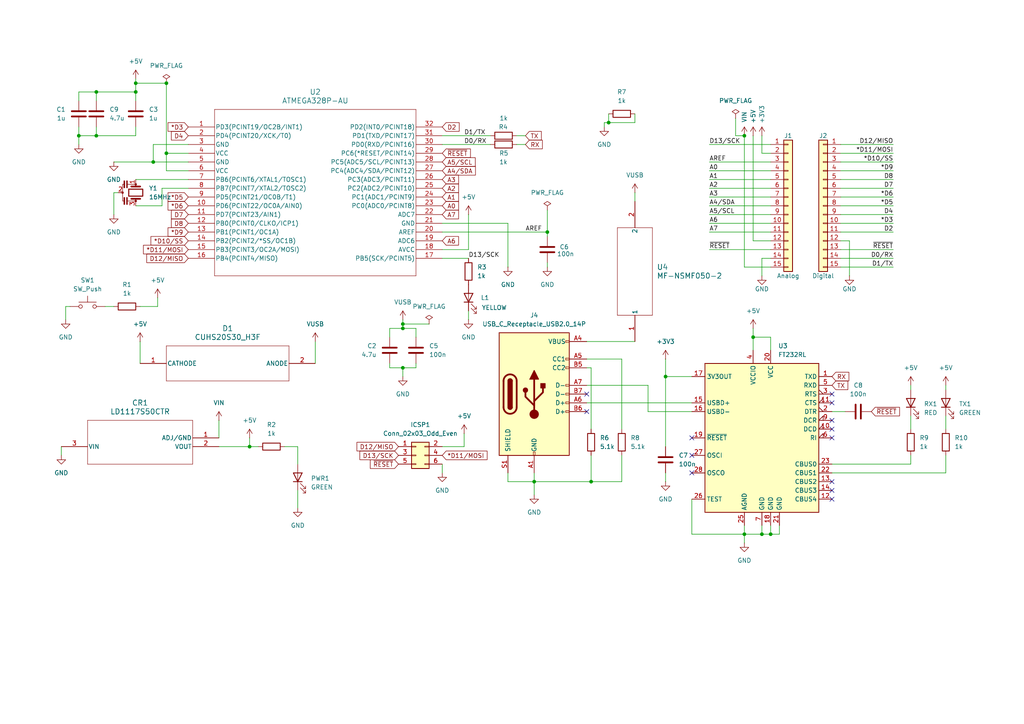
<source format=kicad_sch>
(kicad_sch (version 20231120) (generator "eeschema") (generator_version "8.0")
  (paper "A4")
  (title_block (date "sam. 04 avril 2015"))
  (lib_symbols
    (symbol "ATMEGA328P-AU:ATMEGA328P-AU" (pin_names (offset 0.254))
      (property "Reference" "U" (at 0 29.21 0))
      (property "Value" "ATMEGA328P-AU" (at 0 26.67 0))
      (symbol "ATMEGA328P-AU_0_1"
        (pin bidirectional line (at -36.83 19.05 0) (length 7.62) (name "PD3(PCINT19/OC2B/INT1)") (number "1"))
        (pin bidirectional line (at -36.83 -3.81 0) (length 7.62) (name "PD6(PCINT22/OC0A/AIN0)") (number "10"))
        (pin input line (at -36.83 -6.35 0) (length 7.62) (name "PD7(PCINT23/AIN1)") (number "11"))
        (pin bidirectional line (at -36.83 -8.89 0) (length 7.62) (name "PB0(PCINT0/CLKO/ICP1)") (number "12"))
        (pin bidirectional line (at -36.83 -11.43 0) (length 7.62) (name "PB1(PCINT1/OC1A)") (number "13"))
        (pin bidirectional line (at -36.83 -13.97 0) (length 7.62) (name "PB2(PCINT2/*SS/OC1B)") (number "14"))
        (pin bidirectional line (at -36.83 -16.51 0) (length 7.62) (name "PB3(PCINT3/OC2A/MOSI)") (number "15"))
        (pin bidirectional line (at -36.83 -19.05 0) (length 7.62) (name "PB4(PCINT4/MISO)") (number "16"))
        (pin bidirectional line (at 36.83 -19.05 180) (length 7.62) (name "PB5(SCK/PCINT5)") (number "17"))
        (pin power_in line (at 36.83 -16.51 180) (length 7.62) (name "AVCC") (number "18"))
        (pin unspecified line (at 36.83 -13.97 180) (length 7.62) (name "ADC6") (number "19"))
        (pin bidirectional line (at -36.83 16.51 0) (length 7.62) (name "PD4(PCINT20/XCK/T0)") (number "2"))
        (pin power_in line (at 36.83 -11.43 180) (length 7.62) (name "AREF") (number "20"))
        (pin power_out line (at 36.83 -8.89 180) (length 7.62) (name "GND") (number "21"))
        (pin unspecified line (at 36.83 -6.35 180) (length 7.62) (name "ADC7") (number "22"))
        (pin bidirectional line (at 36.83 -3.81 180) (length 7.62) (name "PC0(ADC0/PCINT8)") (number "23"))
        (pin bidirectional line (at 36.83 -1.27 180) (length 7.62) (name "PC1(ADC1/PCINT9)") (number "24"))
        (pin bidirectional line (at 36.83 1.27 180) (length 7.62) (name "PC2(ADC2/PCINT10)") (number "25"))
        (pin bidirectional line (at 36.83 3.81 180) (length 7.62) (name "PC3(ADC3/PCINT11)") (number "26"))
        (pin bidirectional line (at 36.83 6.35 180) (length 7.62) (name "PC4(ADC4/SDA/PCINT12)") (number "27"))
        (pin bidirectional line (at 36.83 8.89 180) (length 7.62) (name "PC5(ADC5/SCL/PCINT13)") (number "28"))
        (pin bidirectional line (at 36.83 11.43 180) (length 7.62) (name "PC6(*RESET/PCINT14)") (number "29"))
        (pin power_out line (at -36.83 13.97 0) (length 7.62) (name "GND") (number "3"))
        (pin bidirectional line (at 36.83 13.97 180) (length 7.62) (name "PD0(RXD/PCINT16)") (number "30"))
        (pin bidirectional line (at 36.83 16.51 180) (length 7.62) (name "PD1(TXD/PCINT17)") (number "31"))
        (pin bidirectional line (at 36.83 19.05 180) (length 7.62) (name "PD2(INT0/PCINT18)") (number "32"))
        (pin power_in line (at -36.83 11.43 0) (length 7.62) (name "VCC") (number "4"))
        (pin power_out line (at -36.83 8.89 0) (length 7.62) (name "GND") (number "5"))
        (pin power_in line (at -36.83 6.35 0) (length 7.62) (name "VCC") (number "6"))
        (pin bidirectional line (at -36.83 3.81 0) (length 7.62) (name "PB6(PCINT6/XTAL1/TOSC1)") (number "7"))
        (pin bidirectional line (at -36.83 1.27 0) (length 7.62) (name "PB7(PCINT7/XTAL2/TOSC2)") (number "8"))
        (pin bidirectional line (at -36.83 -1.27 0) (length 7.62) (name "PD5(PCINT21/OC0B/T1)") (number "9"))
      )
    )
    (symbol "CUHS20S30,H3F:CUHS20S30_H3F" (pin_names (offset 0.254))
      (property "Reference" "D" (at 25.4 10.16 0))
      (property "Value" "CUHS20S30_H3F" (at 25.4 7.62 0))
      (symbol "CUHS20S30_H3F_0_1"
        (pin unspecified line (at 0 0 0) (length 7.62) (name "CATHODE") (number "1"))
        (pin unspecified line (at 50.8 0 180) (length 7.62) (name "ANODE") (number "2"))
      )
    )
    (symbol "Connector:USB_C_Receptacle_USB2.0_14P" (pin_names (offset 1.016))
      (property "Reference" "J" (at 0 22.225 0))
      (property "Value" "USB_C_Receptacle_USB2.0_14P" (at 0 19.685 0))
      (symbol "USB_C_Receptacle_USB2.0_14P_1_1"
        (pin passive line (at 0 -22.86 90) (length 5.08) (name "GND") (number "A1"))
        (pin passive line (at 0 -22.86 90) (length 5.08) hide (name "GND") (number "A12"))
        (pin passive line (at 15.24 15.24 180) (length 5.08) (name "VBUS") (number "A4"))
        (pin bidirectional line (at 15.24 10.16 180) (length 5.08) (name "CC1") (number "A5"))
        (pin bidirectional line (at 15.24 -2.54 180) (length 5.08) (name "D+") (number "A6"))
        (pin bidirectional line (at 15.24 2.54 180) (length 5.08) (name "D-") (number "A7"))
        (pin passive line (at 15.24 15.24 180) (length 5.08) hide (name "VBUS") (number "A9"))
        (pin passive line (at 0 -22.86 90) (length 5.08) hide (name "GND") (number "B1"))
        (pin passive line (at 0 -22.86 90) (length 5.08) hide (name "GND") (number "B12"))
        (pin passive line (at 15.24 15.24 180) (length 5.08) hide (name "VBUS") (number "B4"))
        (pin bidirectional line (at 15.24 7.62 180) (length 5.08) (name "CC2") (number "B5"))
        (pin bidirectional line (at 15.24 -5.08 180) (length 5.08) (name "D+") (number "B6"))
        (pin bidirectional line (at 15.24 0 180) (length 5.08) (name "D-") (number "B7"))
        (pin passive line (at 15.24 15.24 180) (length 5.08) hide (name "VBUS") (number "B9"))
        (pin passive line (at -7.62 -22.86 90) (length 5.08) (name "SHIELD") (number "S1"))
      )
    )
    (symbol "Connector_Generic:Conn_01x15" (pin_names (offset 1.016) hide)
      (property "Reference" "J" (at 0 20.32 0))
      (property "Value" "Conn_01x15" (at 0 -20.32 0))
      (symbol "Conn_01x15_1_1"
        (pin passive line (at -5.08 17.78 0) (length 3.81) (name "Pin_1") (number "1"))
        (pin passive line (at -5.08 -5.08 0) (length 3.81) (name "Pin_10") (number "10"))
        (pin passive line (at -5.08 -7.62 0) (length 3.81) (name "Pin_11") (number "11"))
        (pin passive line (at -5.08 -10.16 0) (length 3.81) (name "Pin_12") (number "12"))
        (pin passive line (at -5.08 -12.7 0) (length 3.81) (name "Pin_13") (number "13"))
        (pin passive line (at -5.08 -15.24 0) (length 3.81) (name "Pin_14") (number "14"))
        (pin passive line (at -5.08 -17.78 0) (length 3.81) (name "Pin_15") (number "15"))
        (pin passive line (at -5.08 15.24 0) (length 3.81) (name "Pin_2") (number "2"))
        (pin passive line (at -5.08 12.7 0) (length 3.81) (name "Pin_3") (number "3"))
        (pin passive line (at -5.08 10.16 0) (length 3.81) (name "Pin_4") (number "4"))
        (pin passive line (at -5.08 7.62 0) (length 3.81) (name "Pin_5") (number "5"))
        (pin passive line (at -5.08 5.08 0) (length 3.81) (name "Pin_6") (number "6"))
        (pin passive line (at -5.08 2.54 0) (length 3.81) (name "Pin_7") (number "7"))
        (pin passive line (at -5.08 0 0) (length 3.81) (name "Pin_8") (number "8"))
        (pin passive line (at -5.08 -2.54 0) (length 3.81) (name "Pin_9") (number "9"))
      )
    )
    (symbol "Connector_Generic:Conn_02x03_Odd_Even" (pin_names (offset 1.016) hide)
      (property "Reference" "J" (at 1.27 5.08 0))
      (property "Value" "Conn_02x03_Odd_Even" (at 1.27 -5.08 0))
      (symbol "Conn_02x03_Odd_Even_1_1"
        (pin passive line (at -5.08 2.54 0) (length 3.81) (name "Pin_1") (number "1"))
        (pin passive line (at 7.62 2.54 180) (length 3.81) (name "Pin_2") (number "2"))
        (pin passive line (at -5.08 0 0) (length 3.81) (name "Pin_3") (number "3"))
        (pin passive line (at 7.62 0 180) (length 3.81) (name "Pin_4") (number "4"))
        (pin passive line (at -5.08 -2.54 0) (length 3.81) (name "Pin_5") (number "5"))
        (pin passive line (at 7.62 -2.54 180) (length 3.81) (name "Pin_6") (number "6"))
      )
    )
    (symbol "Device:C" (pin_numbers hide) (pin_names (offset 0.254))
      (property "Reference" "C" (at 0.635 2.54 0))
      (property "Value" "C" (at 0.635 -2.54 0))
      (symbol "C_1_1"
        (pin passive line (at 0 3.81 270) (length 2.794) (name "~") (number "1"))
        (pin passive line (at 0 -3.81 90) (length 2.794) (name "~") (number "2"))
      )
    )
    (symbol "Device:LED" (pin_numbers hide) (pin_names (offset 1.016) hide)
      (property "Reference" "D" (at 0 2.54 0))
      (property "Value" "LED" (at 0 -2.54 0))
      (symbol "LED_1_1"
        (pin passive line (at -3.81 0 0) (length 2.54) (name "K") (number "1"))
        (pin passive line (at 3.81 0 180) (length 2.54) (name "A") (number "2"))
      )
    )
    (symbol "Device:R" (pin_numbers hide) (pin_names (offset 0))
      (property "Reference" "R" (at 2.032 0 90))
      (property "Value" "R" (at 0 0 90))
      (symbol "R_1_1"
        (pin passive line (at 0 3.81 270) (length 1.27) (name "~") (number "1"))
        (pin passive line (at 0 -3.81 90) (length 1.27) (name "~") (number "2"))
      )
    )
    (symbol "Device:Resonator" (pin_names (offset 1.016) hide)
      (property "Reference" "Y" (at 0 5.715 0))
      (property "Value" "Resonator" (at 0 3.81 0))
      (symbol "Resonator_1_1"
        (pin passive line (at -3.81 0 0) (length 1.27) (name "1") (number "1"))
        (pin passive line (at 0 -5.08 90) (length 1.27) (name "2") (number "2"))
        (pin passive line (at 3.81 0 180) (length 1.27) (name "3") (number "3"))
      )
    )
    (symbol "Interface_USB:FT232RL"
      (property "Reference" "U" (at -16.51 22.86 0))
      (property "Value" "FT232RL" (at 10.16 22.86 0))
      (symbol "FT232RL_1_1"
        (pin output line (at 20.32 17.78 180) (length 3.81) (name "TXD") (number "1"))
        (pin input input_low (at 20.32 2.54 180) (length 3.81) (name "DCD") (number "10"))
        (pin input input_low (at 20.32 10.16 180) (length 3.81) (name "CTS") (number "11"))
        (pin bidirectional line (at 20.32 -17.78 180) (length 3.81) (name "CBUS4") (number "12"))
        (pin bidirectional line (at 20.32 -12.7 180) (length 3.81) (name "CBUS2") (number "13"))
        (pin bidirectional line (at 20.32 -15.24 180) (length 3.81) (name "CBUS3") (number "14"))
        (pin bidirectional line (at -20.32 10.16 0) (length 3.81) (name "USBD+") (number "15"))
        (pin bidirectional line (at -20.32 7.62 0) (length 3.81) (name "USBD-") (number "16"))
        (pin power_out line (at -20.32 17.78 0) (length 3.81) (name "3V3OUT") (number "17"))
        (pin power_in line (at 2.54 -25.4 90) (length 3.81) (name "GND") (number "18"))
        (pin input line (at -20.32 0 0) (length 3.81) (name "~{RESET}") (number "19"))
        (pin output output_low (at 20.32 7.62 180) (length 3.81) (name "DTR") (number "2"))
        (pin power_in line (at 2.54 25.4 270) (length 3.81) (name "VCC") (number "20"))
        (pin power_in line (at 5.08 -25.4 90) (length 3.81) (name "GND") (number "21"))
        (pin bidirectional line (at 20.32 -10.16 180) (length 3.81) (name "CBUS1") (number "22"))
        (pin bidirectional line (at 20.32 -7.62 180) (length 3.81) (name "CBUS0") (number "23"))
        (pin power_in line (at -5.08 -25.4 90) (length 3.81) (name "AGND") (number "25"))
        (pin input line (at -20.32 -17.78 0) (length 3.81) (name "TEST") (number "26"))
        (pin input line (at -20.32 -5.08 0) (length 3.81) (name "OSCI") (number "27"))
        (pin output line (at -20.32 -10.16 0) (length 3.81) (name "OSCO") (number "28"))
        (pin output output_low (at 20.32 12.7 180) (length 3.81) (name "RTS") (number "3"))
        (pin power_in line (at -2.54 25.4 270) (length 3.81) (name "VCCIO") (number "4"))
        (pin input line (at 20.32 15.24 180) (length 3.81) (name "RXD") (number "5"))
        (pin input input_low (at 20.32 0 180) (length 3.81) (name "RI") (number "6"))
        (pin power_in line (at 0 -25.4 90) (length 3.81) (name "GND") (number "7"))
        (pin input input_low (at 20.32 5.08 180) (length 3.81) (name "DCR") (number "9"))
      )
    )
    (symbol "LD1117S50CTR:LD1117S50CTR" (pin_names (offset 0.254))
      (property "Reference" "CR" (at 22.86 10.16 0))
      (property "Value" "LD1117S50CTR" (at 22.86 7.62 0))
      (symbol "LD1117S50CTR_0_1"
        (pin power_out line (at 0 0 0) (length 7.62) (name "ADJ/GND") (number "1"))
        (pin power_in line (at 0 -2.54 0) (length 7.62) (name "VOUT") (number "2"))
        (pin power_in line (at 45.72 -2.54 180) (length 7.62) (name "VIN") (number "3"))
      )
    )
    (symbol "MF-NSMF050-2:MF-NSMF050-2" (pin_names (offset 0.254))
      (property "Reference" "U" (at 20.32 10.16 0))
      (property "Value" "MF-NSMF050-2" (at 20.32 7.62 0))
      (symbol "MF-NSMF050-2_0_1"
        (pin unspecified line (at 0 0 0) (length 7.62) (name "1") (number "1"))
        (pin unspecified line (at 40.64 0 180) (length 7.62) (name "2") (number "2"))
      )
    )
    (symbol "Switch:SW_Push" (pin_numbers hide) (pin_names (offset 1.016) hide)
      (property "Reference" "SW" (at 1.27 2.54 0))
      (property "Value" "SW_Push" (at 0 -1.524 0))
      (symbol "SW_Push_0_1"
        (pin passive line (at -5.08 0 0) (length 2.54) (name "1") (number "1"))
        (pin passive line (at 5.08 0 180) (length 2.54) (name "2") (number "2"))
      )
    )
    (symbol "power:+3.3V" (power) (pin_numbers hide) (pin_names (offset 0) hide)
      (property "Value" "+3.3V" (at 0 3.556 0))
      (symbol "+3.3V_1_1"
        (pin power_in line (at 0 0 90) (length 0) (name "~") (number "1"))
      )
    )
    (symbol "power:+3V3" (power) (pin_numbers hide) (pin_names (offset 0) hide)
      (property "Value" "+3V3" (at 0 3.556 0))
      (symbol "+3V3_1_1"
        (pin power_in line (at 0 0 90) (length 0) (name "~") (number "1"))
      )
    )
    (symbol "power:+5V" (power) (pin_numbers hide) (pin_names (offset 0) hide)
      (property "Value" "+5V" (at 0 3.556 0))
      (symbol "+5V_1_1"
        (pin power_in line (at 0 0 90) (length 0) (name "~") (number "1"))
      )
    )
    (symbol "power:GND" (power) (pin_numbers hide) (pin_names (offset 0) hide)
      (property "Value" "GND" (at 0 -3.81 0))
      (symbol "GND_1_1"
        (pin power_in line (at 0 0 270) (length 0) (name "~") (number "1"))
      )
    )
    (symbol "power:PWR_FLAG" (power) (pin_numbers hide) (pin_names (offset 0) hide)
      (property "Value" "PWR_FLAG" (at 0 3.81 0))
      (symbol "PWR_FLAG_0_0"
        (pin power_out line (at 0 0 90) (length 0) (name "~") (number "1"))
      )
    )
    (symbol "power:VCC" (power) (pin_numbers hide) (pin_names (offset 0) hide)
      (property "Value" "VCC" (at 0 3.556 0))
      (symbol "VCC_1_1"
        (pin power_in line (at 0 0 90) (length 0) (name "~") (number "1"))
      )
    )
  )
  (junction (at 44.45 46.99))
  (junction (at 39.37 26.67))
  (junction (at 39.37 24.13))
  (junction (at 116.84 106.68))
  (junction (at 223.52 154.94))
  (junction (at 116.84 93.98))
  (junction (at 48.26 24.13))
  (junction (at 158.75 67.31))
  (junction (at 218.44 97.79))
  (junction (at 220.98 154.94))
  (junction (at 215.9 39.37))
  (junction (at 22.86 39.37))
  (junction (at 215.9 154.94))
  (junction (at 27.94 39.37))
  (junction (at 193.04 109.22))
  (junction (at 48.26 44.45))
  (junction (at 72.39 129.54))
  (junction (at 116.84 95.25))
  (junction (at 154.94 139.7))
  (junction (at 171.45 139.7))
  (junction (at 176.53 35.56))
  (junction (at 27.94 26.67))
  (no_connect (at 200.66 137.16))
  (no_connect (at 170.18 114.3))
  (no_connect (at 200.66 127))
  (no_connect (at 200.66 132.08))
  (no_connect (at 241.3 144.78))
  (no_connect (at 241.3 127))
  (no_connect (at 241.3 124.46))
  (no_connect (at 241.3 142.24))
  (no_connect (at 241.3 121.92))
  (no_connect (at 170.18 119.38))
  (no_connect (at 241.3 114.3))
  (no_connect (at 241.3 139.7))
  (no_connect (at 241.3 116.84))
  (wire (pts (xy 243.84 74.93) (xy 259.08 74.93)))
  (wire (pts (xy 158.75 60.96) (xy 158.75 67.31)))
  (wire (pts (xy 223.52 101.6) (xy 223.52 97.79)))
  (wire (pts (xy 223.52 44.45) (xy 220.98 44.45)))
  (wire (pts (xy 116.84 95.25) (xy 120.65 95.25)))
  (wire (pts (xy 33.02 55.88) (xy 33.02 62.23)))
  (wire (pts (xy 241.3 137.16) (xy 274.32 137.16)))
  (wire (pts (xy 120.65 95.25) (xy 120.65 97.79)))
  (wire (pts (xy 39.37 59.69) (xy 46.99 59.69)))
  (wire (pts (xy 44.45 46.99) (xy 54.61 46.99)))
  (wire (pts (xy 170.18 111.76) (xy 187.96 111.76)))
  (wire (pts (xy 39.37 24.13) (xy 48.26 24.13)))
  (wire (pts (xy 128.27 64.77) (xy 147.32 64.77)))
  (wire (pts (xy 134.62 129.54) (xy 134.62 125.73)))
  (wire (pts (xy 154.94 139.7) (xy 154.94 143.51)))
  (wire (pts (xy 241.3 119.38) (xy 245.11 119.38)))
  (wire (pts (xy 205.74 54.61) (xy 223.52 54.61)))
  (wire (pts (xy 205.74 59.69) (xy 223.52 59.69)))
  (wire (pts (xy 48.26 44.45) (xy 48.26 49.53)))
  (wire (pts (xy 184.15 33.02) (xy 184.15 35.56)))
  (wire (pts (xy 218.44 39.37) (xy 218.44 69.85)))
  (wire (pts (xy 223.52 69.85) (xy 218.44 69.85)))
  (wire (pts (xy 113.03 95.25) (xy 116.84 95.25)))
  (wire (pts (xy 116.84 106.68) (xy 116.84 109.22)))
  (wire (pts (xy 175.26 35.56) (xy 176.53 35.56)))
  (wire (pts (xy 223.52 152.4) (xy 223.52 154.94)))
  (wire (pts (xy 46.99 54.61) (xy 54.61 54.61)))
  (wire (pts (xy 184.15 55.88) (xy 184.15 58.42)))
  (wire (pts (xy 124.46 93.98) (xy 116.84 93.98)))
  (wire (pts (xy 45.72 88.9) (xy 40.64 88.9)))
  (wire (pts (xy 226.06 154.94) (xy 223.52 154.94)))
  (wire (pts (xy 200.66 144.78) (xy 200.66 154.94)))
  (wire (pts (xy 45.72 86.36) (xy 45.72 88.9)))
  (wire (pts (xy 91.44 99.06) (xy 91.44 105.41)))
  (wire (pts (xy 205.74 57.15) (xy 223.52 57.15)))
  (wire (pts (xy 243.84 46.99) (xy 259.08 46.99)))
  (wire (pts (xy 22.86 39.37) (xy 27.94 39.37)))
  (wire (pts (xy 33.02 55.88) (xy 34.29 55.88)))
  (wire (pts (xy 39.37 29.21) (xy 39.37 26.67)))
  (wire (pts (xy 40.64 99.06) (xy 40.64 105.41)))
  (wire (pts (xy 215.9 154.94) (xy 215.9 157.48)))
  (wire (pts (xy 171.45 139.7) (xy 154.94 139.7)))
  (wire (pts (xy 243.84 52.07) (xy 259.08 52.07)))
  (wire (pts (xy 22.86 36.83) (xy 22.86 39.37)))
  (wire (pts (xy 264.16 111.76) (xy 264.16 113.03)))
  (wire (pts (xy 33.02 46.99) (xy 44.45 46.99)))
  (wire (pts (xy 180.34 132.08) (xy 180.34 139.7)))
  (wire (pts (xy 48.26 24.13) (xy 48.26 44.45)))
  (wire (pts (xy 158.75 68.58) (xy 158.75 67.31)))
  (wire (pts (xy 22.86 39.37) (xy 22.86 41.91)))
  (wire (pts (xy 243.84 54.61) (xy 259.08 54.61)))
  (wire (pts (xy 63.5 127) (xy 63.5 121.92)))
  (wire (pts (xy 128.27 67.31) (xy 158.75 67.31)))
  (wire (pts (xy 187.96 111.76) (xy 187.96 119.38)))
  (wire (pts (xy 135.89 62.23) (xy 135.89 72.39)))
  (wire (pts (xy 187.96 119.38) (xy 200.66 119.38)))
  (wire (pts (xy 264.16 120.65) (xy 264.16 124.46)))
  (wire (pts (xy 200.66 154.94) (xy 215.9 154.94)))
  (wire (pts (xy 128.27 39.37) (xy 142.24 39.37)))
  (wire (pts (xy 180.34 139.7) (xy 171.45 139.7)))
  (wire (pts (xy 220.98 152.4) (xy 220.98 154.94)))
  (wire (pts (xy 213.36 34.29) (xy 213.36 39.37)))
  (wire (pts (xy 243.84 67.31) (xy 259.08 67.31)))
  (wire (pts (xy 128.27 74.93) (xy 135.89 74.93)))
  (wire (pts (xy 218.44 95.25) (xy 218.44 97.79)))
  (wire (pts (xy 134.62 129.54) (xy 128.27 129.54)))
  (wire (pts (xy 215.9 152.4) (xy 215.9 154.94)))
  (wire (pts (xy 39.37 22.86) (xy 39.37 24.13)))
  (wire (pts (xy 170.18 116.84) (xy 200.66 116.84)))
  (wire (pts (xy 72.39 129.54) (xy 74.93 129.54)))
  (wire (pts (xy 46.99 59.69) (xy 46.99 54.61)))
  (wire (pts (xy 193.04 109.22) (xy 200.66 109.22)))
  (wire (pts (xy 205.74 46.99) (xy 223.52 46.99)))
  (wire (pts (xy 22.86 26.67) (xy 27.94 26.67)))
  (wire (pts (xy 113.03 106.68) (xy 116.84 106.68)))
  (wire (pts (xy 22.86 29.21) (xy 22.86 26.67)))
  (wire (pts (xy 149.86 39.37) (xy 152.4 39.37)))
  (wire (pts (xy 243.84 59.69) (xy 259.08 59.69)))
  (wire (pts (xy 220.98 39.37) (xy 220.98 44.45)))
  (wire (pts (xy 243.84 69.85) (xy 246.38 69.85)))
  (wire (pts (xy 180.34 124.46) (xy 180.34 104.14)))
  (wire (pts (xy 243.84 41.91) (xy 259.08 41.91)))
  (wire (pts (xy 215.9 39.37) (xy 215.9 77.47)))
  (wire (pts (xy 223.52 77.47) (xy 215.9 77.47)))
  (wire (pts (xy 82.55 129.54) (xy 86.36 129.54)))
  (wire (pts (xy 116.84 93.98) (xy 116.84 95.25)))
  (wire (pts (xy 205.74 72.39) (xy 223.52 72.39)))
  (wire (pts (xy 44.45 41.91) (xy 44.45 46.99)))
  (wire (pts (xy 116.84 92.71) (xy 116.84 93.98)))
  (wire (pts (xy 243.84 57.15) (xy 259.08 57.15)))
  (wire (pts (xy 243.84 62.23) (xy 259.08 62.23)))
  (wire (pts (xy 171.45 132.08) (xy 171.45 139.7)))
  (wire (pts (xy 154.94 137.16) (xy 154.94 139.7)))
  (wire (pts (xy 72.39 127) (xy 72.39 129.54)))
  (wire (pts (xy 213.36 39.37) (xy 215.9 39.37)))
  (wire (pts (xy 193.04 104.14) (xy 193.04 109.22)))
  (wire (pts (xy 39.37 52.07) (xy 54.61 52.07)))
  (wire (pts (xy 158.75 77.47) (xy 158.75 76.2)))
  (wire (pts (xy 264.16 134.62) (xy 264.16 132.08)))
  (wire (pts (xy 171.45 106.68) (xy 171.45 124.46)))
  (wire (pts (xy 205.74 49.53) (xy 223.52 49.53)))
  (wire (pts (xy 39.37 36.83) (xy 39.37 39.37)))
  (wire (pts (xy 113.03 105.41) (xy 113.03 106.68)))
  (wire (pts (xy 54.61 49.53) (xy 48.26 49.53)))
  (wire (pts (xy 120.65 106.68) (xy 120.65 105.41)))
  (wire (pts (xy 63.5 129.54) (xy 72.39 129.54)))
  (wire (pts (xy 48.26 44.45) (xy 54.61 44.45)))
  (wire (pts (xy 205.74 41.91) (xy 223.52 41.91)))
  (wire (pts (xy 243.84 64.77) (xy 259.08 64.77)))
  (wire (pts (xy 147.32 137.16) (xy 147.32 139.7)))
  (wire (pts (xy 171.45 106.68) (xy 170.18 106.68)))
  (wire (pts (xy 128.27 41.91) (xy 142.24 41.91)))
  (wire (pts (xy 44.45 41.91) (xy 54.61 41.91)))
  (wire (pts (xy 86.36 147.32) (xy 86.36 142.24)))
  (wire (pts (xy 193.04 139.7) (xy 193.04 137.16)))
  (wire (pts (xy 17.78 129.54) (xy 17.78 132.08)))
  (wire (pts (xy 135.89 90.17) (xy 135.89 92.71)))
  (wire (pts (xy 147.32 64.77) (xy 147.32 77.47)))
  (wire (pts (xy 205.74 67.31) (xy 223.52 67.31)))
  (wire (pts (xy 205.74 62.23) (xy 223.52 62.23)))
  (wire (pts (xy 193.04 129.54) (xy 193.04 109.22)))
  (wire (pts (xy 86.36 129.54) (xy 86.36 134.62)))
  (wire (pts (xy 19.05 88.9) (xy 19.05 92.71)))
  (wire (pts (xy 175.26 35.56) (xy 175.26 36.83)))
  (wire (pts (xy 176.53 33.02) (xy 176.53 35.56)))
  (wire (pts (xy 223.52 154.94) (xy 220.98 154.94)))
  (wire (pts (xy 27.94 39.37) (xy 39.37 39.37)))
  (wire (pts (xy 243.84 49.53) (xy 259.08 49.53)))
  (wire (pts (xy 184.15 35.56) (xy 176.53 35.56)))
  (wire (pts (xy 243.84 72.39) (xy 259.08 72.39)))
  (wire (pts (xy 27.94 36.83) (xy 27.94 39.37)))
  (wire (pts (xy 246.38 69.85) (xy 246.38 80.01)))
  (wire (pts (xy 220.98 154.94) (xy 215.9 154.94)))
  (wire (pts (xy 274.32 120.65) (xy 274.32 124.46)))
  (wire (pts (xy 218.44 97.79) (xy 218.44 101.6)))
  (wire (pts (xy 113.03 97.79) (xy 113.03 95.25)))
  (wire (pts (xy 147.32 139.7) (xy 154.94 139.7)))
  (wire (pts (xy 128.27 134.62) (xy 128.27 137.16)))
  (wire (pts (xy 243.84 77.47) (xy 259.08 77.47)))
  (wire (pts (xy 226.06 152.4) (xy 226.06 154.94)))
  (wire (pts (xy 30.48 88.9) (xy 33.02 88.9)))
  (wire (pts (xy 205.74 64.77) (xy 223.52 64.77)))
  (wire (pts (xy 27.94 26.67) (xy 27.94 29.21)))
  (wire (pts (xy 19.05 88.9) (xy 20.32 88.9)))
  (wire (pts (xy 274.32 111.76) (xy 274.32 113.03)))
  (wire (pts (xy 274.32 137.16) (xy 274.32 132.08)))
  (wire (pts (xy 223.52 97.79) (xy 218.44 97.79)))
  (wire (pts (xy 27.94 26.67) (xy 39.37 26.67)))
  (wire (pts (xy 241.3 134.62) (xy 264.16 134.62)))
  (wire (pts (xy 220.98 74.93) (xy 220.98 80.01)))
  (wire (pts (xy 223.52 74.93) (xy 220.98 74.93)))
  (wire (pts (xy 135.89 72.39) (xy 128.27 72.39)))
  (wire (pts (xy 205.74 52.07) (xy 223.52 52.07)))
  (wire (pts (xy 170.18 99.06) (xy 184.15 99.06)))
  (wire (pts (xy 180.34 104.14) (xy 170.18 104.14)))
  (wire (pts (xy 116.84 106.68) (xy 120.65 106.68)))
  (wire (pts (xy 39.37 24.13) (xy 39.37 26.67)))
  (wire (pts (xy 152.4 41.91) (xy 149.86 41.91)))
  (wire (pts (xy 243.84 44.45) (xy 259.08 44.45)))
  (label "D4" (at 259.08 62.23 180))
  (label "AREF" (at 152.4 67.31 0))
  (label "*D5" (at 259.08 59.69 180))
  (label "A2" (at 205.74 54.61 0))
  (label "D7" (at 259.08 54.61 180))
  (label "D0{slash}RX" (at 134.62 41.91 0))
  (label "D13{slash}SCK" (at 205.74 41.91 0))
  (label "A7" (at 205.74 67.31 0))
  (label "*D6" (at 259.08 57.15 180))
  (label "*D11{slash}MOSI" (at 259.08 44.45 180))
  (label "A1" (at 205.74 52.07 0))
  (label "A4{slash}SDA" (at 205.74 59.69 0))
  (label "A5{slash}SCL" (at 205.74 62.23 0))
  (label "A3" (at 205.74 57.15 0))
  (label "~{RESET}" (at 259.08 72.39 180))
  (label "~{RESET}" (at 205.74 72.39 0))
  (label "A6" (at 205.74 64.77 0))
  (label "A0" (at 205.74 49.53 0))
  (label "D13{slash}SCK" (at 135.89 74.93 0))
  (label "*D9" (at 259.08 49.53 180))
  (label "*D3" (at 259.08 64.77 180))
  (label "D2" (at 259.08 67.31 180))
  (label "D1{slash}TX" (at 134.62 39.37 0))
  (label "D8" (at 259.08 52.07 180))
  (label "D1{slash}TX" (at 259.08 77.47 180))
  (label "D0{slash}RX" (at 259.08 74.93 180))
  (label "AREF" (at 205.74 46.99 0))
  (label "*D10{slash}SS" (at 259.08 46.99 180))
  (label "D12{slash}MISO" (at 259.08 41.91 180))
  (global_label "~{RESET}" (shape input) (at 252.73 119.38 0) (property "Intersheetrefs" "${INTERSHEET_REFS}" (effects (hide yes))))
  (global_label "*D5" (shape input) (at 54.61 57.15 180) (property "Intersheetrefs" "${INTERSHEET_REFS}" (effects (hide yes))))
  (global_label "A7" (shape input) (at 128.27 62.23 0) (property "Intersheetrefs" "${INTERSHEET_REFS}" (effects (hide yes))))
  (global_label "RX" (shape input) (at 241.3 109.22 0) (property "Intersheetrefs" "${INTERSHEET_REFS}" (effects (hide yes))))
  (global_label "*D9" (shape input) (at 54.61 67.31 180) (property "Intersheetrefs" "${INTERSHEET_REFS}" (effects (hide yes))))
  (global_label "*D3" (shape input) (at 54.61 36.83 180) (property "Intersheetrefs" "${INTERSHEET_REFS}" (effects (hide yes))))
  (global_label "A4{slash}SDA" (shape input) (at 128.27 49.53 0) (property "Intersheetrefs" "${INTERSHEET_REFS}" (effects (hide yes))))
  (global_label "A6" (shape input) (at 128.27 69.85 0) (property "Intersheetrefs" "${INTERSHEET_REFS}" (effects (hide yes))))
  (global_label "*D6" (shape input) (at 54.61 59.69 180) (property "Intersheetrefs" "${INTERSHEET_REFS}" (effects (hide yes))))
  (global_label "D12{slash}MISO" (shape input) (at 115.57 129.54 180) (property "Intersheetrefs" "${INTERSHEET_REFS}" (effects (hide yes))))
  (global_label "*D11{slash}MOSI" (shape input) (at 128.27 132.08 0) (property "Intersheetrefs" "${INTERSHEET_REFS}" (effects (hide yes))))
  (global_label "*D10{slash}SS" (shape input) (at 54.61 69.85 180) (property "Intersheetrefs" "${INTERSHEET_REFS}" (effects (hide yes))))
  (global_label "A2" (shape input) (at 128.27 54.61 0) (property "Intersheetrefs" "${INTERSHEET_REFS}" (effects (hide yes))))
  (global_label "~{RESET}" (shape input) (at 128.27 44.45 0) (property "Intersheetrefs" "${INTERSHEET_REFS}" (effects (hide yes))))
  (global_label "A1" (shape input) (at 128.27 57.15 0) (property "Intersheetrefs" "${INTERSHEET_REFS}" (effects (hide yes))))
  (global_label "~{RESET}" (shape input) (at 115.57 134.62 180) (property "Intersheetrefs" "${INTERSHEET_REFS}" (effects (hide yes))))
  (global_label "A0" (shape input) (at 128.27 59.69 0) (property "Intersheetrefs" "${INTERSHEET_REFS}" (effects (hide yes))))
  (global_label "A3" (shape input) (at 128.27 52.07 0) (property "Intersheetrefs" "${INTERSHEET_REFS}" (effects (hide yes))))
  (global_label "A5{slash}SCL" (shape input) (at 128.27 46.99 0) (property "Intersheetrefs" "${INTERSHEET_REFS}" (effects (hide yes))))
  (global_label "TX" (shape input) (at 241.3 111.76 0) (property "Intersheetrefs" "${INTERSHEET_REFS}" (effects (hide yes))))
  (global_label "TX" (shape input) (at 152.4 39.37 0) (property "Intersheetrefs" "${INTERSHEET_REFS}" (effects (hide yes))))
  (global_label "D4" (shape input) (at 54.61 39.37 180) (property "Intersheetrefs" "${INTERSHEET_REFS}" (effects (hide yes))))
  (global_label "RX" (shape input) (at 152.4 41.91 0) (property "Intersheetrefs" "${INTERSHEET_REFS}" (effects (hide yes))))
  (global_label "*D11{slash}MOSI" (shape input) (at 54.61 72.39 180) (property "Intersheetrefs" "${INTERSHEET_REFS}" (effects (hide yes))))
  (global_label "D2" (shape input) (at 128.27 36.83 0) (property "Intersheetrefs" "${INTERSHEET_REFS}" (effects (hide yes))))
  (global_label "D12{slash}MISO" (shape input) (at 54.61 74.93 180) (property "Intersheetrefs" "${INTERSHEET_REFS}" (effects (hide yes))))
  (global_label "D7" (shape input) (at 54.61 62.23 180) (property "Intersheetrefs" "${INTERSHEET_REFS}" (effects (hide yes))))
  (global_label "D13{slash}SCK" (shape input) (at 115.57 132.08 180) (property "Intersheetrefs" "${INTERSHEET_REFS}" (effects (hide yes))))
  (global_label "D8" (shape input) (at 54.61 64.77 180) (property "Intersheetrefs" "${INTERSHEET_REFS}" (effects (hide yes))))
  (symbol (lib_id "Connector_Generic:Conn_01x15") (at 228.6 59.69 0) (unit 1) (exclude_from_sim yes)
    (property "Reference" "J1" (at 228.6 39.37 0))
    (property "Value" "Analog" (at 228.6 80.01 0))
    (property "Footprint" "Connector_PinHeader_2.54mm:PinHeader_1x15_P2.54mm_Vertical" (effects (hide yes)))
    (property "Description" "Generic connector, single row, 01x15, script generated (kicad-library-utils/schlib/autogen/connector/)" (effects (hide yes)))
  )
  (symbol (lib_id "Connector_Generic:Conn_01x15") (at 238.76 59.69 0) (mirror y) (unit 1) (exclude_from_sim yes)
    (property "Reference" "J2" (at 238.76 39.37 0))
    (property "Value" "Digital" (at 238.76 80.01 0))
    (property "Footprint" "Connector_PinHeader_2.54mm:PinHeader_1x15_P2.54mm_Vertical" (effects (hide yes)))
    (property "Description" "Generic connector, single row, 01x15, script generated (kicad-library-utils/schlib/autogen/connector/)" (effects (hide yes)))
  )
  (symbol (lib_id "Device:C") (at 39.37 33.02 180) (unit 1)
    (property "Reference" "C3" (at 43.18 31.7499 0) (effects (justify right)))
    (property "Value" "1u" (at 43.18 34.2899 0) (effects (justify right)))
    (property "Footprint" "Capacitor_SMD:C_0603_1608Metric_Pad1.08x0.95mm_HandSolder" (effects (hide yes)))
    (property "Description" "Unpolarized capacitor" (effects (hide yes)))
  )
  (symbol (lib_id "MF-NSMF050-2:MF-NSMF050-2") (at 184.15 99.06 90) (unit 1) (exclude_from_sim yes)
    (property "Reference" "U4" (at 190.5 77.4699 90) (effects (font (size 1.524 1.524)) (justify right)))
    (property "Value" "MF-NSMF050-2" (at 190.5 80.0099 90) (effects (font (size 1.524 1.524)) (justify right)))
    (property "Footprint" "MF-NSMF050-2:CHIP_NSMF050_3P4XP18" (effects (hide yes)))
    (property "Datasheet" "MF-NSMF050-2" (effects (hide yes)))
  )
  (symbol (lib_id "Device:C") (at 113.03 101.6 0) (mirror y) (unit 1)
    (property "Reference" "C2" (at 109.22 100.3299 0) (effects (justify left)))
    (property "Value" "4.7u" (at 109.22 102.8699 0) (effects (justify left)))
    (property "Footprint" "Capacitor_SMD:C_0805_2012Metric_Pad1.18x1.45mm_HandSolder" (effects (hide yes)))
    (property "Description" "Unpolarized capacitor" (effects (hide yes)))
  )
  (symbol (lib_id "power:GND") (at 215.9 157.48 0) (unit 1)
    (property "Reference" "#PWR025" (effects (hide yes)))
    (property "Value" "GND" (at 215.9 162.56 0))
    (property "Description" "Power symbol creates a global label with name \"GND\" , ground" (effects (hide yes)))
  )
  (symbol (lib_id "Device:C") (at 158.75 72.39 180) (unit 1)
    (property "Reference" "C6" (at 162.306 71.628 0) (effects (justify right)))
    (property "Value" "100n" (at 161.544 73.66 0) (effects (justify right)))
    (property "Footprint" "Capacitor_SMD:C_0603_1608Metric_Pad1.08x0.95mm_HandSolder" (effects (hide yes)))
    (property "Description" "Unpolarized capacitor" (effects (hide yes)))
  )
  (symbol (lib_id "Device:C") (at 193.04 133.35 180) (unit 1)
    (property "Reference" "C7" (at 196.85 132.0799 0) (effects (justify right)))
    (property "Value" "100n" (at 196.85 134.6199 0) (effects (justify right)))
    (property "Footprint" "Capacitor_SMD:C_0603_1608Metric_Pad1.08x0.95mm_HandSolder" (effects (hide yes)))
    (property "Description" "Unpolarized capacitor" (effects (hide yes)))
  )
  (symbol (lib_id "power:+5V") (at 135.89 62.23 0) (unit 1)
    (property "Reference" "#PWR05" (effects (hide yes)))
    (property "Value" "+5V" (at 135.89 57.15 0))
    (property "Description" "Power symbol creates a global label with name \"+5V\"" (effects (hide yes)))
  )
  (symbol (lib_id "power:+5V") (at 264.16 111.76 0) (unit 1)
    (property "Reference" "#PWR028" (effects (hide yes)))
    (property "Value" "+5V" (at 264.16 106.68 0))
    (property "Description" "Power symbol creates a global label with name \"+5V\"" (effects (hide yes)))
  )
  (symbol (lib_id "power:+5V") (at 39.37 22.86 0) (unit 1)
    (property "Reference" "#PWR04" (effects (hide yes)))
    (property "Value" "+5V" (at 39.37 17.78 0))
    (property "Description" "Power symbol creates a global label with name \"+5V\"" (effects (hide yes)))
  )
  (symbol (lib_id "Device:R") (at 78.74 129.54 90) (unit 1)
    (property "Reference" "R2" (at 78.74 123.19 90))
    (property "Value" "1k" (at 78.74 125.73 90))
    (property "Footprint" "Resistor_SMD:R_0603_1608Metric_Pad0.98x0.95mm_HandSolder" (effects (hide yes)))
    (property "Description" "Resistor" (effects (hide yes)))
  )
  (symbol (lib_id "power:+5V") (at 218.44 95.25 0) (unit 1)
    (property "Reference" "#PWR027" (effects (hide yes)))
    (property "Value" "+5V" (at 218.44 90.17 0))
    (property "Description" "Power symbol creates a global label with name \"+5V\"" (effects (hide yes)))
  )
  (symbol (lib_id "power:GND") (at 135.89 92.71 0) (unit 1)
    (property "Reference" "#PWR015" (effects (hide yes)))
    (property "Value" "GND" (at 135.89 97.79 0))
    (property "Description" "Power symbol creates a global label with name \"GND\" , ground" (effects (hide yes)))
  )
  (symbol (lib_id "Connector:USB_C_Receptacle_USB2.0_14P") (at 154.94 114.3 0) (unit 1) (exclude_from_sim yes)
    (property "Reference" "J4" (at 154.94 91.44 0))
    (property "Value" "USB_C_Receptacle_USB2.0_14P" (at 154.94 93.98 0))
    (property "Footprint" "Connector_USB:USB_C_Receptacle_G-Switch_GT-USB-7010ASV" (effects (hide yes)))
    (property "Datasheet" "https://www.usb.org/sites/default/files/documents/usb_type-c.zip" (effects (hide yes)))
    (property "Description" "USB 2.0-only 14P Type-C Receptacle connector" (effects (hide yes)))
  )
  (symbol (lib_id "Device:LED") (at 135.89 86.36 90) (unit 1)
    (property "Reference" "L1" (at 139.446 86.36 90) (effects (justify right)))
    (property "Value" "YELLOW" (at 139.7 89.2174 90) (effects (justify right)))
    (property "Footprint" "LED_SMD:LED_0603_1608Metric_Pad1.05x0.95mm_HandSolder" (effects (hide yes)))
    (property "Description" "Light emitting diode" (effects (hide yes)))
  )
  (symbol (lib_id "power:PWR_FLAG") (at 213.36 34.29 0) (unit 1)
    (property "Reference" "#FLG02" (effects (hide yes)))
    (property "Value" "PWR_FLAG" (at 213.36 29.21 0))
    (property "Description" "Special symbol for telling ERC where power comes from" (effects (hide yes)))
  )
  (symbol (lib_id "power:GND") (at 19.05 92.71 0) (unit 1)
    (property "Reference" "#PWR02" (effects (hide yes)))
    (property "Value" "GND" (at 19.05 97.79 0))
    (property "Description" "Power symbol creates a global label with name \"GND\" , ground" (effects (hide yes)))
  )
  (symbol (lib_id "Device:LED") (at 274.32 116.84 90) (unit 1) (exclude_from_sim yes)
    (property "Reference" "TX1" (at 278.13 117.1574 90) (effects (justify right)))
    (property "Value" "GREEN" (at 278.13 119.6974 90) (effects (justify right)))
    (property "Footprint" "LED_SMD:LED_0603_1608Metric_Pad1.05x0.95mm_HandSolder" (effects (hide yes)))
    (property "Description" "Light emitting diode" (effects (hide yes)))
  )
  (symbol (lib_id "power:GND") (at 147.32 77.47 0) (unit 1)
    (property "Reference" "#PWR016" (effects (hide yes)))
    (property "Value" "GND" (at 147.32 82.55 0))
    (property "Description" "Power symbol creates a global label with name \"GND\" , ground" (effects (hide yes)))
  )
  (symbol (lib_id "Interface_USB:FT232RL") (at 220.98 127 0) (unit 1) (exclude_from_sim yes)
    (property "Reference" "U3" (at 225.7141 100.33 0) (effects (justify left)))
    (property "Value" "FT232RL" (at 225.7141 102.87 0) (effects (justify left)))
    (property "Footprint" "Package_SO:SSOP-28_5.3x10.2mm_P0.65mm" (effects (hide yes)))
    (property "Datasheet" "https://www.ftdichip.com/Support/Documents/DataSheets/ICs/DS_FT232R.pdf" (effects (hide yes)))
    (property "Description" "USB to Serial Interface, SSOP-28" (effects (hide yes)))
  )
  (symbol (lib_id "power:+5V") (at 45.72 86.36 0) (unit 1)
    (property "Reference" "#PWR08" (effects (hide yes)))
    (property "Value" "+5V" (at 45.72 81.28 0))
    (property "Description" "Power symbol creates a global label with name \"+5V\"" (effects (hide yes)))
  )
  (symbol (lib_id "power:+5V") (at 274.32 111.76 0) (unit 1)
    (property "Reference" "#PWR032" (effects (hide yes)))
    (property "Value" "+5V" (at 274.32 106.68 0))
    (property "Description" "Power symbol creates a global label with name \"+5V\"" (effects (hide yes)))
  )
  (symbol (lib_id "power:GND") (at 154.94 143.51 0) (unit 1)
    (property "Reference" "#PWR018" (effects (hide yes)))
    (property "Value" "GND" (at 154.94 148.59 0))
    (property "Description" "Power symbol creates a global label with name \"GND\" , ground" (effects (hide yes)))
  )
  (symbol (lib_id "power:GND") (at 22.86 41.91 0) (unit 1)
    (property "Reference" "#PWR06" (effects (hide yes)))
    (property "Value" "GND" (at 22.86 46.99 0))
    (property "Description" "Power symbol creates a global label with name \"GND\" , ground" (effects (hide yes)))
  )
  (symbol (lib_id "power:GND") (at 128.27 137.16 0) (unit 1)
    (property "Reference" "#PWR017" (effects (hide yes)))
    (property "Value" "GND" (at 128.27 142.24 0))
    (property "Description" "Power symbol creates a global label with name \"GND\" , ground" (effects (hide yes)))
  )
  (symbol (lib_id "power:+5V") (at 218.44 39.37 0) (unit 1)
    (property "Reference" "#PWR0103" (effects (hide yes)))
    (property "Value" "+5V" (at 218.44 35.814 90) (effects (justify left)))
    (property "Description" "Power symbol creates a global label with name \"+5V\"" (effects (hide yes)))
  )
  (symbol (lib_id "power:+5V") (at 72.39 127 0) (unit 1)
    (property "Reference" "#PWR010" (effects (hide yes)))
    (property "Value" "+5V" (at 72.39 121.92 0))
    (property "Description" "Power symbol creates a global label with name \"+5V\"" (effects (hide yes)))
  )
  (symbol (lib_id "power:+3.3V") (at 220.98 39.37 0) (unit 1)
    (property "Reference" "#PWR0102" (effects (hide yes)))
    (property "Value" "+3V3" (at 220.98 35.814 90) (effects (justify left)))
    (property "Description" "Power symbol creates a global label with name \"+3.3V\"" (effects (hide yes)))
  )
  (symbol (lib_id "Connector_Generic:Conn_02x03_Odd_Even") (at 120.65 132.08 0) (unit 1) (exclude_from_sim yes)
    (property "Reference" "ICSP1" (at 121.92 123.19 0))
    (property "Value" "Conn_02x03_Odd_Even" (at 121.92 125.73 0))
    (property "Footprint" "Connector_PinHeader_2.54mm:PinHeader_2x03_P2.54mm_Vertical" (effects (hide yes)))
    (property "Description" "Generic connector, double row, 02x03, odd/even pin numbering scheme (row 1 odd numbers, row 2 even numbers), script generated (kicad-library-utils/schlib/autogen/connector/)" (effects (hide yes)))
  )
  (symbol (lib_id "power:GND") (at 175.26 36.83 0) (unit 1)
    (property "Reference" "#PWR021" (effects (hide yes)))
    (property "Value" "GND" (at 175.26 41.91 0))
    (property "Description" "Power symbol creates a global label with name \"GND\" , ground" (effects (hide yes)))
  )
  (symbol (lib_id "power:+5V") (at 40.64 99.06 0) (unit 1)
    (property "Reference" "#PWR0106" (effects (hide yes)))
    (property "Value" "+5V" (at 40.64 93.98 0))
    (property "Description" "Power symbol creates a global label with name \"+5V\"" (effects (hide yes)))
  )
  (symbol (lib_id "power:VCC") (at 215.9 39.37 0) (unit 1)
    (property "Reference" "#PWR0101" (effects (hide yes)))
    (property "Value" "VIN" (at 215.9 35.56 90) (effects (justify left)))
    (property "Description" "Power symbol creates a global label with name \"VCC\"" (effects (hide yes)))
  )
  (symbol (lib_id "ATMEGA328P-AU:ATMEGA328P-AU") (at 91.44 55.88 0) (unit 1) (exclude_from_sim yes)
    (property "Reference" "U2" (at 91.44 26.67 0) (effects (font (size 1.524 1.524))))
    (property "Value" "ATMEGA328P-AU" (at 91.44 29.21 0) (effects (font (size 1.524 1.524))))
    (property "Footprint" "ATMEGA328P-AU:TQFP32_32A_MCH" (effects (hide yes)))
    (property "Datasheet" "ATMEGA328P-AU" (effects (hide yes)))
  )
  (symbol (lib_id "power:+3V3") (at 91.44 99.06 0) (unit 1)
    (property "Reference" "#PWR014" (effects (hide yes)))
    (property "Value" "VUSB" (at 91.44 93.98 0))
    (property "Description" "Power symbol creates a global label with name \"+3V3\"" (effects (hide yes)))
  )
  (symbol (lib_id "power:GND") (at 33.02 62.23 0) (unit 1)
    (property "Reference" "#PWR03" (effects (hide yes)))
    (property "Value" "GND" (at 33.02 67.31 0))
    (property "Description" "Power symbol creates a global label with name \"GND\" , ground" (effects (hide yes)))
  )
  (symbol (lib_id "power:+3.3V") (at 193.04 104.14 0) (unit 1)
    (property "Reference" "#PWR023" (effects (hide yes)))
    (property "Value" "+3V3" (at 193.04 99.06 0))
    (property "Description" "Power symbol creates a global label with name \"+3.3V\"" (effects (hide yes)))
  )
  (symbol (lib_id "power:+3V3") (at 116.84 92.71 0) (unit 1)
    (property "Reference" "#PWR012" (effects (hide yes)))
    (property "Value" "VUSB" (at 116.84 87.63 0))
    (property "Description" "Power symbol creates a global label with name \"+3V3\"" (effects (hide yes)))
  )
  (symbol (lib_id "Device:C") (at 248.92 119.38 90) (unit 1)
    (property "Reference" "C8" (at 248.92 111.76 90))
    (property "Value" "100n" (at 248.92 114.3 90))
    (property "Footprint" "Capacitor_SMD:C_0603_1608Metric_Pad1.08x0.95mm_HandSolder" (effects (hide yes)))
    (property "Description" "Unpolarized capacitor" (effects (hide yes)))
  )
  (symbol (lib_id "power:PWR_FLAG") (at 48.26 24.13 0) (unit 1)
    (property "Reference" "#FLG05" (effects (hide yes)))
    (property "Value" "PWR_FLAG" (at 48.26 19.05 0))
    (property "Description" "Special symbol for telling ERC where power comes from" (effects (hide yes)))
  )
  (symbol (lib_id "Device:C") (at 22.86 33.02 0) (mirror x) (unit 1)
    (property "Reference" "C1" (at 19.05 31.7499 0) (effects (justify right)))
    (property "Value" "1u" (at 19.05 34.2899 0) (effects (justify right)))
    (property "Footprint" "Capacitor_SMD:C_0603_1608Metric_Pad1.08x0.95mm_HandSolder" (effects (hide yes)))
    (property "Description" "Unpolarized capacitor" (effects (hide yes)))
  )
  (symbol (lib_id "power:GND") (at 193.04 139.7 0) (unit 1)
    (property "Reference" "#PWR024" (effects (hide yes)))
    (property "Value" "GND" (at 193.04 144.78 0))
    (property "Description" "Power symbol creates a global label with name \"GND\" , ground" (effects (hide yes)))
  )
  (symbol (lib_id "Device:Resonator") (at 39.37 55.88 270) (unit 1) (exclude_from_sim yes)
    (property "Reference" "Y1" (at 43.18 54.6099 90) (effects (justify left)))
    (property "Value" "16MHz" (at 43.18 57.1499 90) (effects (justify left)))
    (property "Footprint" "Crystal:Resonator_SMD_Murata_CSTxExxV-3Pin_3.0x1.1mm" (effects (hide yes)))
    (property "Description" "Three pin ceramic resonator" (effects (hide yes)))
  )
  (symbol (lib_id "Device:R") (at 180.34 33.02 90) (unit 1)
    (property "Reference" "R7" (at 180.34 26.67 90))
    (property "Value" "1k" (at 180.34 29.21 90))
    (property "Footprint" "Resistor_SMD:R_0603_1608Metric_Pad0.98x0.95mm_HandSolder" (effects (hide yes)))
    (property "Description" "Resistor" (effects (hide yes)))
  )
  (symbol (lib_id "power:GND") (at 86.36 147.32 0) (unit 1)
    (property "Reference" "#PWR011" (effects (hide yes)))
    (property "Value" "GND" (at 86.36 152.4 0))
    (property "Description" "Power symbol creates a global label with name \"GND\" , ground" (effects (hide yes)))
  )
  (symbol (lib_id "power:GND") (at 246.38 80.01 0) (unit 1)
    (property "Reference" "#PWR0105" (effects (hide yes)))
    (property "Value" "GND" (at 246.38 83.82 0))
    (property "Description" "Power symbol creates a global label with name \"GND\" , ground" (effects (hide yes)))
  )
  (symbol (lib_id "power:+3V3") (at 184.15 55.88 0) (unit 1)
    (property "Reference" "#PWR022" (effects (hide yes)))
    (property "Value" "VUSB" (at 184.15 50.8 0))
    (property "Description" "Power symbol creates a global label with name \"+3V3\"" (effects (hide yes)))
  )
  (symbol (lib_id "power:PWR_FLAG") (at 158.75 60.96 0) (unit 1)
    (property "Reference" "#FLG04" (effects (hide yes)))
    (property "Value" "PWR_FLAG" (at 158.75 55.88 0))
    (property "Description" "Special symbol for telling ERC where power comes from" (effects (hide yes)))
  )
  (symbol (lib_id "Device:R") (at 146.05 41.91 270) (unit 1)
    (property "Reference" "R5" (at 144.78 44.4499 90) (effects (justify left)))
    (property "Value" "1k" (at 144.78 46.9899 90) (effects (justify left)))
    (property "Footprint" "Resistor_SMD:R_0603_1608Metric_Pad0.98x0.95mm_HandSolder" (effects (hide yes)))
    (property "Description" "Resistor" (effects (hide yes)))
  )
  (symbol (lib_id "power:VCC") (at 63.5 121.92 0) (unit 1)
    (property "Reference" "#PWR01" (effects (hide yes)))
    (property "Value" "VIN" (at 63.5 116.84 0))
    (property "Description" "Power symbol creates a global label with name \"VCC\"" (effects (hide yes)))
  )
  (symbol (lib_id "Device:LED") (at 264.16 116.84 90) (unit 1)
    (property "Reference" "RX1" (at 267.97 117.1574 90) (effects (justify right)))
    (property "Value" "RED" (at 267.97 119.6974 90) (effects (justify right)))
    (property "Footprint" "LED_SMD:LED_0603_1608Metric_Pad1.05x0.95mm_HandSolder" (effects (hide yes)))
    (property "Description" "Light emitting diode" (effects (hide yes)))
  )
  (symbol (lib_id "Device:R") (at 171.45 128.27 180) (unit 1)
    (property "Reference" "R6" (at 173.99 126.9999 0) (effects (justify right)))
    (property "Value" "5.1k" (at 173.99 129.5399 0) (effects (justify right)))
    (property "Footprint" "Resistor_SMD:R_0603_1608Metric_Pad0.98x0.95mm_HandSolder" (effects (hide yes)))
    (property "Description" "Resistor" (effects (hide yes)))
  )
  (symbol (lib_id "power:GND") (at 17.78 132.08 0) (unit 1)
    (property "Reference" "#PWR09" (effects (hide yes)))
    (property "Value" "GND" (at 17.78 137.16 0))
    (property "Description" "Power symbol creates a global label with name \"GND\" , ground" (effects (hide yes)))
  )
  (symbol (lib_id "power:PWR_FLAG") (at 124.46 93.98 0) (unit 1)
    (property "Reference" "#FLG03" (effects (hide yes)))
    (property "Value" "PWR_FLAG" (at 124.46 88.9 0))
    (property "Description" "Special symbol for telling ERC where power comes from" (effects (hide yes)))
  )
  (symbol (lib_id "power:GND") (at 158.75 77.47 0) (unit 1)
    (property "Reference" "#PWR019" (effects (hide yes)))
    (property "Value" "GND" (at 158.75 82.55 0))
    (property "Description" "Power symbol creates a global label with name \"GND\" , ground" (effects (hide yes)))
  )
  (symbol (lib_id "Device:R") (at 274.32 128.27 0) (unit 1)
    (property "Reference" "R10" (at 276.86 126.9999 0) (effects (justify left)))
    (property "Value" "1k" (at 276.86 129.5399 0) (effects (justify left)))
    (property "Footprint" "Resistor_SMD:R_0603_1608Metric_Pad0.98x0.95mm_HandSolder" (effects (hide yes)))
    (property "Description" "Resistor" (effects (hide yes)))
  )
  (symbol (lib_id "Device:R") (at 180.34 128.27 0) (unit 1)
    (property "Reference" "R8" (at 182.88 126.9999 0) (effects (justify left)))
    (property "Value" "5.1k" (at 182.88 129.5399 0) (effects (justify left)))
    (property "Footprint" "Resistor_SMD:R_0603_1608Metric_Pad0.98x0.95mm_HandSolder" (effects (hide yes)))
    (property "Description" "Resistor" (effects (hide yes)))
  )
  (symbol (lib_id "Device:R") (at 36.83 88.9 90) (unit 1)
    (property "Reference" "R1" (at 36.83 82.55 90))
    (property "Value" "1k" (at 36.83 85.09 90))
    (property "Footprint" "Resistor_SMD:R_0603_1608Metric_Pad0.98x0.95mm_HandSolder" (effects (hide yes)))
    (property "Description" "Resistor" (effects (hide yes)))
  )
  (symbol (lib_id "Device:LED") (at 86.36 138.43 90) (unit 1) (exclude_from_sim yes)
    (property "Reference" "PWR1" (at 90.17 138.7474 90) (effects (justify right)))
    (property "Value" "GREEN" (at 90.17 141.2874 90) (effects (justify right)))
    (property "Footprint" "LED_SMD:LED_0603_1608Metric_Pad1.05x0.95mm_HandSolder" (effects (hide yes)))
    (property "Description" "Light emitting diode" (effects (hide yes)))
  )
  (symbol (lib_id "Device:R") (at 146.05 39.37 90) (unit 1)
    (property "Reference" "R4" (at 147.32 36.8301 90) (effects (justify left)))
    (property "Value" "1k" (at 147.32 34.2901 90) (effects (justify left)))
    (property "Footprint" "Resistor_SMD:R_0603_1608Metric_Pad0.98x0.95mm_HandSolder" (effects (hide yes)))
    (property "Description" "Resistor" (effects (hide yes)))
  )
  (symbol (lib_id "Device:C") (at 27.94 33.02 0) (unit 1)
    (property "Reference" "C9" (at 31.75 31.7499 0) (effects (justify left)))
    (property "Value" "4.7u" (at 31.75 34.2899 0) (effects (justify left)))
    (property "Footprint" "Capacitor_SMD:C_0805_2012Metric_Pad1.18x1.45mm_HandSolder" (effects (hide yes)))
    (property "Description" "Unpolarized capacitor" (effects (hide yes)))
  )
  (symbol (lib_id "Device:R") (at 135.89 78.74 0) (unit 1)
    (property "Reference" "R3" (at 138.43 77.4699 0) (effects (justify left)))
    (property "Value" "1k" (at 138.43 80.0099 0) (effects (justify left)))
    (property "Footprint" "Resistor_SMD:R_0603_1608Metric_Pad0.98x0.95mm_HandSolder" (effects (hide yes)))
    (property "Description" "Resistor" (effects (hide yes)))
  )
  (symbol (lib_id "Device:R") (at 264.16 128.27 0) (unit 1)
    (property "Reference" "R9" (at 266.7 126.9999 0) (effects (justify left)))
    (property "Value" "1k" (at 266.7 129.5399 0) (effects (justify left)))
    (property "Footprint" "Resistor_SMD:R_0603_1608Metric_Pad0.98x0.95mm_HandSolder" (effects (hide yes)))
    (property "Description" "Resistor" (effects (hide yes)))
  )
  (symbol (lib_id "CUHS20S30,H3F:CUHS20S30_H3F") (at 40.64 105.41 0) (unit 1) (exclude_from_sim yes)
    (property "Reference" "D1" (at 66.04 95.25 0) (effects (font (size 1.524 1.524))))
    (property "Value" "CUHS20S30_H3F" (at 66.04 97.79 0) (effects (font (size 1.524 1.524))))
    (property "Footprint" "CUHS20S30,H3F:US2H_TOS" (effects (hide yes)))
    (property "Datasheet" "CUHS20S30_H3F" (effects (hide yes)))
  )
  (symbol (lib_id "Device:C") (at 120.65 101.6 180) (unit 1)
    (property "Reference" "C5" (at 124.46 100.3299 0) (effects (justify right)))
    (property "Value" "100n" (at 124.46 102.8699 0) (effects (justify right)))
    (property "Footprint" "Capacitor_SMD:C_0603_1608Metric_Pad1.08x0.95mm_HandSolder" (effects (hide yes)))
    (property "Description" "Unpolarized capacitor" (effects (hide yes)))
  )
  (symbol (lib_id "power:GND") (at 220.98 80.01 0) (unit 1)
    (property "Reference" "#PWR0104" (effects (hide yes)))
    (property "Value" "GND" (at 220.98 83.82 0))
    (property "Description" "Power symbol creates a global label with name \"GND\" , ground" (effects (hide yes)))
  )
  (symbol (lib_id "power:GND") (at 116.84 109.22 0) (unit 1)
    (property "Reference" "#PWR013" (effects (hide yes)))
    (property "Value" "GND" (at 116.84 114.3 0))
    (property "Description" "Power symbol creates a global label with name \"GND\" , ground" (effects (hide yes)))
  )
  (symbol (lib_id "power:+5V") (at 134.62 125.73 0) (unit 1)
    (property "Reference" "#PWR020" (effects (hide yes)))
    (property "Value" "+5V" (at 134.62 120.65 0))
    (property "Description" "Power symbol creates a global label with name \"+5V\"" (effects (hide yes)))
  )
  (symbol (lib_id "power:GND") (at 33.02 46.99 0) (unit 1)
    (property "Reference" "#PWR07" (effects (hide yes)))
    (property "Value" "GND" (at 33.02 52.07 0))
    (property "Description" "Power symbol creates a global label with name \"GND\" , ground" (effects (hide yes)))
  )
  (symbol (lib_id "LD1117S50CTR:LD1117S50CTR") (at 63.5 127 0) (mirror y) (unit 1) (exclude_from_sim yes)
    (property "Reference" "CR1" (at 40.64 116.84 0) (effects (font (size 1.524 1.524))))
    (property "Value" "LD1117S50CTR" (at 40.64 119.38 0) (effects (font (size 1.524 1.524))))
    (property "Footprint" "Package_TO_SOT_SMD:SOT-223" (effects (hide yes)))
    (property "Datasheet" "LD1117S50CTR" (effects (hide yes)))
  )
  (symbol (lib_id "Switch:SW_Push") (at 25.4 88.9 0) (unit 1) (exclude_from_sim yes)
    (property "Reference" "SW1" (at 25.4 81.28 0))
    (property "Value" "SW_Push" (at 25.4 83.82 0))
    (property "Footprint" "Button_Switch_SMD:SW_SPST_CK_RS282G05A3" (effects (hide yes)))
    (property "Description" "Push button switch, generic, two pins" (effects (hide yes)))
  )
)
</source>
